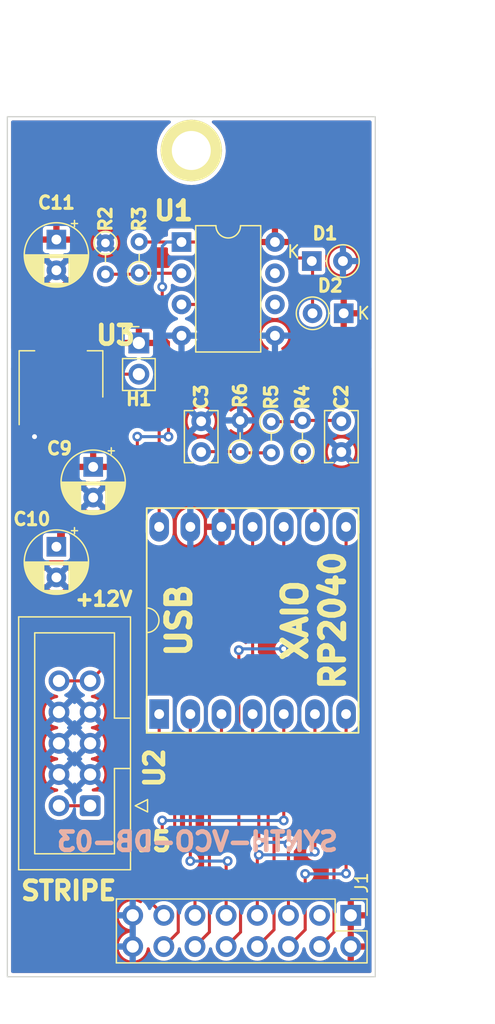
<source format=kicad_pcb>
(kicad_pcb (version 20211014) (generator pcbnew)
  (title_block (title "VCO CONTROL LOGIC") (date "2022-09-30") (rev "1") (company "LAND BOARDS, LLC"))
  (layers (0 "F.Cu" signal) (31 "B.Cu" signal) (34 "B.Paste" user) (35 "F.Paste" user) (36 "B.SilkS" user "B.Silkscreen") (37 "F.SilkS" user "F.Silkscreen") (38 "B.Mask" user) (39 "F.Mask" user) (44 "Edge.Cuts" user))
  (net 0 "")
  (net 1 "GND")
  (net 2 "+3V3")
  (net 3 "+5V")
  (net 4 "/GATE_CTL")
  (net 5 "/FREQ_POT")
  (net 6 "/VPEROCT_CV")
  (net 7 "/MOD_POT")
  (net 8 "/MOD_CV")
  (net 9 "/PRE_FILT")
  (net 10 "/AUD_OUT")
  (net 11 "/TIMBRE_PB")
  (net 12 "/MODE_UP_PB")
  (net 13 "/MODE_DN_PB")
  (net 14 "+12V")
  (net 17 "/OCT_UP_PB")
  (net 19 "/OCT_DN_PB")
  (net 20 "/WAV")
  (net 21 "-12V")
  (net 22 "Net-(R2-Pad2)")
  (net 23 "Net-(C2-Pad1)")
  (net 24 "Net-(C10-Pad1)")
  (footprint "Capacitor_THT:CP_Radial_D5.0mm_P2.50mm" (layer "F.Cu") (at 79 50 -90)
    (fp_text reference "C11" (at -3 0 180) (layer "F.SilkS") (effects (font (size 1.016 1.016) (thickness 0.254))))
    (fp_text value "10uF")
    (pad "1" thru_hole rect (at 0 0 270) (size 1.6 1.6) (drill 0.8) (layers *.Cu *.Mask) (net 3 "+5V"))
    (pad "2" thru_hole circle (at 2.5 0 270) (size 1.6 1.6) (drill 0.8) (layers *.Cu *.Mask) (net 1 "GND"))
  )
  (footprint "Capacitor_THT:CP_Radial_D5.0mm_P2.50mm" (layer "F.Cu") (at 82 68.5 -90)
    (fp_text reference "C9" (at -1.5 2.75 180) (layer "F.SilkS") (effects (font (size 1.016 1.016) (thickness 0.254))))
    (fp_text value "10uF")
    (pad "1" thru_hole rect (at 0 0 270) (size 1.6 1.6) (drill 0.8) (layers *.Cu *.Mask) (net 2 "+3V3"))
    (pad "2" thru_hole circle (at 2.5 0 270) (size 1.6 1.6) (drill 0.8) (layers *.Cu *.Mask) (net 1 "GND"))
  )
  (footprint "Diode_THT:D_DO-35_SOD27_P2.54mm_Vertical_KathodeUp" (layer "F.Cu") (at 99.824315 51.75)
    (fp_text reference "D1" (at 1.074314 -2.25) (layer "F.SilkS") (effects (font (size 1.016 1.016) (thickness 0.254))))
    (fp_text value "BAT41")
    (fp_text user "K" (at -1.495314 -0.762) (layer "F.SilkS"))
    (pad "1" thru_hole rect (at 0 0) (size 1.6 1.6) (drill 0.8) (layers *.Cu *.Mask) (net 10 "/AUD_OUT"))
    (pad "2" thru_hole oval (at 2.54 0) (size 1.6 1.6) (drill 0.8) (layers *.Cu *.Mask) (net 1 "GND"))
  )
  (footprint "Connector_PinHeader_2.54mm:PinHeader_2x08_P2.54mm_Vertical" (layer "F.Cu") (at 103 105 -90)
    (fp_text reference "J1" (at -2.638 -0.886 90) (layer "F.SilkS"))
    (fp_text value "Conn_01x16")
    (pad "1" thru_hole rect locked (at 0 0 270) (size 1.7 1.7) (drill 1) (layers *.Cu *.Mask) (net 2 "+3V3"))
    (pad "2" thru_hole oval locked (at 2.54 0 270) (size 1.7 1.7) (drill 1) (layers *.Cu *.Mask) (net 2 "+3V3"))
    (pad "3" thru_hole oval locked (at 0 2.54 270) (size 1.7 1.7) (drill 1) (layers *.Cu *.Mask))
    (pad "4" thru_hole oval locked (at 2.54 2.54 270) (size 1.7 1.7) (drill 1) (layers *.Cu *.Mask) (net 19 "/OCT_DN_PB"))
    (pad "5" thru_hole oval locked (at 0 5.08 270) (size 1.7 1.7) (drill 1) (layers *.Cu *.Mask) (net 7 "/MOD_POT"))
    (pad "6" thru_hole oval locked (at 2.54 5.08 270) (size 1.7 1.7) (drill 1) (layers *.Cu *.Mask) (net 17 "/OCT_UP_PB"))
    (pad "7" thru_hole oval locked (at 0 7.62 270) (size 1.7 1.7) (drill 1) (layers *.Cu *.Mask) (net 4 "/GATE_CTL"))
    (pad "8" thru_hole oval locked (at 2.54 7.62 270) (size 1.7 1.7) (drill 1) (layers *.Cu *.Mask) (net 12 "/MODE_UP_PB"))
    (pad "9" thru_hole oval locked (at 0 10.16 270) (size 1.7 1.7) (drill 1) (layers *.Cu *.Mask) (net 5 "/FREQ_POT"))
    (pad "10" thru_hole oval locked (at 2.54 10.16 270) (size 1.7 1.7) (drill 1) (layers *.Cu *.Mask) (net 13 "/MODE_DN_PB"))
    (pad "11" thru_hole oval locked (at 0 12.7 270) (size 1.7 1.7) (drill 1) (layers *.Cu *.Mask) (net 6 "/VPEROCT_CV"))
    (pad "12" thru_hole oval locked (at 2.54 12.7 270) (size 1.7 1.7) (drill 1) (layers *.Cu *.Mask) (net 8 "/MOD_CV"))
    (pad "13" thru_hole oval locked (at 0 15.24 270) (size 1.7 1.7) (drill 1) (layers *.Cu *.Mask) (net 10 "/AUD_OUT"))
    (pad "14" thru_hole oval locked (at 2.54 15.24 270) (size 1.7 1.7) (drill 1) (layers *.Cu *.Mask) (net 11 "/TIMBRE_PB"))
    (pad "15" thru_hole oval locked (at 0 17.78 270) (size 1.7 1.7) (drill 1) (layers *.Cu *.Mask) (net 1 "GND"))
    (pad "16" thru_hole oval locked (at 2.54 17.78 270) (size 1.7 1.7) (drill 1) (layers *.Cu *.Mask) (net 1 "GND"))
  )
  (footprint "Resistor_THT:R_Axial_DIN0204_L3.6mm_D1.6mm_P2.54mm_Vertical" (layer "F.Cu") (at 85.75 52.72 90)
    (fp_text reference "R3" (at 4.395 0 90) (layer "F.SilkS") (effects (font (size 1.016 1.016) (thickness 0.254))))
    (fp_text value "2.7K")
    (pad "1" thru_hole circle (at 0 0 90) (size 1.4 1.4) (drill 0.7) (layers *.Cu *.Mask) (net 22 "Net-(R2-Pad2)"))
    (pad "2" thru_hole oval (at 2.54 0 90) (size 1.4 1.4) (drill 0.7) (layers *.Cu *.Mask) (net 10 "/AUD_OUT"))
  )
  (footprint "Capacitor_THT:C_Rect_L4.0mm_W2.5mm_P2.50mm" (layer "F.Cu") (at 102.235 64.79 -90)
    (fp_text reference "C2" (at -1.975 0 90) (layer "F.SilkS") (effects (font (size 1.016 1.016) (thickness 0.254))))
    (fp_text value "10nF")
    (pad "1" thru_hole circle (at 0 0 270) (size 1.6 1.6) (drill 0.8) (layers *.Cu *.Mask) (net 23 "Net-(C2-Pad1)"))
    (pad "2" thru_hole circle (at 2.5 0 270) (size 1.6 1.6) (drill 0.8) (layers *.Cu *.Mask) (net 1 "GND"))
  )
  (footprint "Resistor_THT:R_Axial_DIN0204_L3.6mm_D1.6mm_P2.54mm_Vertical" (layer "F.Cu") (at 96.52 64.82 -90)
    (fp_text reference "R5" (at -2.005 0 90) (layer "F.SilkS") (effects (font (size 1.016 1.016) (thickness 0.254))))
    (fp_text value "220")
    (pad "1" thru_hole circle (at 0 0 270) (size 1.4 1.4) (drill 0.7) (layers *.Cu *.Mask) (net 23 "Net-(C2-Pad1)"))
    (pad "2" thru_hole oval (at 2.54 0 270) (size 1.4 1.4) (drill 0.7) (layers *.Cu *.Mask) (net 9 "/PRE_FILT"))
  )
  (footprint "LandBoards_MountHoles:MTG-4-40-SMALL" (layer "F.Cu") (at 90 42.75)
    (fp_text reference "MTG1" hide)
    (fp_text value "MTG_HOLE" hide)
    (pad "1" thru_hole circle locked (at 0 0) (size 5 5) (drill 3.175) (layers *.Cu *.Mask "F.SilkS"))
  )
  (footprint "Diode_THT:D_DO-35_SOD27_P2.54mm_Vertical_KathodeUp" (layer "F.Cu") (at 102.425686 56 180)
    (fp_text reference "D2" (at 1.1 2.25) (layer "F.SilkS") (effects (font (size 1.016 1.016) (thickness 0.254))))
    (fp_text value "BAT41")
    (fp_text user "K" (at -1.622315 0) (layer "F.SilkS"))
    (pad "1" thru_hole rect (at 0 0 180) (size 1.6 1.6) (drill 0.8) (layers *.Cu *.Mask) (net 3 "+5V"))
    (pad "2" thru_hole oval (at 2.54 0 180) (size 1.6 1.6) (drill 0.8) (layers *.Cu *.Mask) (net 10 "/AUD_OUT"))
  )
  (footprint "Package_DIP:DIP-8_W7.62mm" (layer "F.Cu") (at 89.2 50.2)
    (fp_text reference "U1" (at -0.645 -2.55) (layer "F.SilkS") (effects (font (size 1.524 1.524) (thickness 0.381))))
    (fp_text value "MCP6232")
    (pad "1" thru_hole rect (at 0 0) (size 1.6 1.6) (drill 0.8) (layers *.Cu *.Mask) (net 10 "/AUD_OUT"))
    (pad "2" thru_hole oval (at 0 2.54) (size 1.6 1.6) (drill 0.8) (layers *.Cu *.Mask) (net 22 "Net-(R2-Pad2)"))
    (pad "3" thru_hole oval (at 0 5.08) (size 1.6 1.6) (drill 0.8) (layers *.Cu *.Mask) (net 9 "/PRE_FILT"))
    (pad "4" thru_hole oval (at 0 7.62) (size 1.6 1.6) (drill 0.8) (layers *.Cu *.Mask) (net 1 "GND"))
    (pad "5" thru_hole oval (at 7.62 7.62) (size 1.6 1.6) (drill 0.8) (layers *.Cu *.Mask) (net 1 "GND"))
    (pad "6" thru_hole oval (at 7.62 5.08) (size 1.6 1.6) (drill 0.8) (layers *.Cu *.Mask))
    (pad "7" thru_hole oval (at 7.62 2.54) (size 1.6 1.6) (drill 0.8) (layers *.Cu *.Mask))
    (pad "8" thru_hole oval (at 7.62 0) (size 1.6 1.6) (drill 0.8) (layers *.Cu *.Mask) (net 3 "+5V"))
  )
  (footprint "Capacitor_THT:C_Rect_L4.0mm_W2.5mm_P2.50mm" (layer "F.Cu") (at 90.805 67.29 90)
    (fp_text reference "C3" (at 4.475 0 90) (layer "F.SilkS") (effects (font (size 1.016 1.016) (thickness 0.254))))
    (fp_text value "10nF")
    (pad "1" thru_hole circle (at 0 0 90) (size 1.6 1.6) (drill 0.8) (layers *.Cu *.Mask) (net 9 "/PRE_FILT"))
    (pad "2" thru_hole circle (at 2.5 0 90) (size 1.6 1.6) (drill 0.8) (layers *.Cu *.Mask) (net 1 "GND"))
  )
  (footprint "Connector_IDC:IDC-Header_2x05_P2.54mm_Vertical" (layer "F.Cu") (at 81.7525 96.08 180)
    (fp_text reference "J5" (at -5.2475 -2.92 180) (layer "F.SilkS") (effects (font (size 1.524 1.524) (thickness 0.381))))
    (fp_text value "Conn_02x05")
    (pad "1" thru_hole roundrect (at 0 0 180) (size 1.7 1.7) (drill 1) (layers *.Cu *.Mask) (roundrect_rratio 0.1470588235) (net 21 "-12V"))
    (pad "2" thru_hole circle (at 2.54 0 180) (size 1.7 1.7) (drill 1) (layers *.Cu *.Mask) (net 21 "-12V"))
    (pad "3" thru_hole circle (at 0 2.54 180) (size 1.7 1.7) (drill 1) (layers *.Cu *.Mask) (net 1 "GND"))
    (pad "4" thru_hole circle (at 2.54 2.54 180) (size 1.7 1.7) (drill 1) (layers *.Cu *.Mask) (net 1 "GND"))
    (pad "5" thru_hole circle (at 0 5.08 180) (size 1.7 1.7) (drill 1) (layers *.Cu *.Mask) (net 1 "GND"))
    (pad "6" thru_hole circle (at 2.54 5.08 180) (size 1.7 1.7) (drill 1) (layers *.Cu *.Mask) (net 1 "GND"))
    (pad "7" thru_hole circle (at 0 7.62 180) (size 1.7 1.7) (drill 1) (layers *.Cu *.Mask) (net 1 "GND"))
    (pad "8" thru_hole circle (at 2.54 7.62 180) (size 1.7 1.7) (drill 1) (layers *.Cu *.Mask) (net 1 "GND"))
    (pad "9" thru_hole circle (at 0 10.16 180) (size 1.7 1.7) (drill 1) (layers *.Cu *.Mask) (net 14 "+12V"))
    (pad "10" thru_hole circle (at 2.54 10.16 180) (size 1.7 1.7) (drill 1) (layers *.Cu *.Mask) (net 14 "+12V"))
  )
  (footprint "LandBoards_BoardOutlines:QT_Py" (layer "F.Cu") (at 87.38 88.62 90)
    (fp_text reference "U2" (at -4.38 -0.38 90) (layer "F.SilkS") (effects (font (size 1.524 1.524) (thickness 0.381))))
    (fp_text value "XIAO_RP2040")
    (pad "1" thru_hole rect (at 0 0 90) (size 2.4 1.6) (drill 0.8) (layers *.Cu *.Mask) (net 6 "/VPEROCT_CV"))
    (pad "2" thru_hole oval (at 0 2.54 90) (size 2.4 1.6) (drill 0.8) (layers *.Cu *.Mask) (net 5 "/FREQ_POT"))
    (pad "3" thru_hole oval (at 0 5.08 90) (size 2.4 1.6) (drill 0.8) (layers *.Cu *.Mask) (net 8 "/MOD_CV"))
    (pad "4" thru_hole oval (at 0 7.62 90) (size 2.4 1.6) (drill 0.8) (layers *.Cu *.Mask) (net 7 "/MOD_POT"))
    (pad "5" thru_hole oval (at 0 10.16 90) (size 2.4 1.6) (drill 0.8) (layers *.Cu *.Mask) (net 11 "/TIMBRE_PB"))
    (pad "6" thru_hole oval (at 0 12.7 90) (size 2.4 1.6) (drill 0.8) (layers *.Cu *.Mask) (net 4 "/GATE_CTL"))
    (pad "7" thru_hole oval (at 0 15.24 90) (size 2.4 1.6) (drill 0.8) (layers *.Cu *.Mask) (net 17 "/OCT_UP_PB"))
    (pad "8" thru_hole oval (at 15.24 15.24 90) (size 2.4 1.6) (drill 0.8) (layers *.Cu *.Mask) (net 19 "/OCT_DN_PB"))
    (pad "9" thru_hole oval (at 15.24 12.7 90) (size 2.4 1.6) (drill 0.8) (layers *.Cu *.Mask) (net 20 "/WAV"))
    (pad "10" thru_hole oval (at 15.24 10.16 90) (size 2.4 1.6) (drill 0.8) (layers *.Cu *.Mask) (net 13 "/MODE_DN_PB"))
    (pad "11" thru_hole oval (at 15.24 7.62 90) (size 2.4 1.6) (drill 0.8) (layers *.Cu *.Mask) (net 12 "/MODE_UP_PB"))
    (pad "12" thru_hole oval (at 15.24 5.08 90) (size 2.4 1.6) (drill 0.8) (layers *.Cu *.Mask) (net 2 "+3V3"))
    (pad "13" thru_hole oval (at 15.24 2.54 90) (size 2.4 1.6) (drill 0.8) (layers *.Cu *.Mask) (net 1 "GND"))
    (pad "14" thru_hole oval (at 15.24 0 90) (size 2.4 1.6) (drill 0.8) (layers *.Cu *.Mask) (net 3 "+5V"))
  )
  (footprint "Connector_PinHeader_2.54mm:PinHeader_1x02_P2.54mm_Vertical" (layer "F.Cu") (at 85.725 58.415)
    (fp_text reference "H1" (at 0 4.577) (layer "F.SilkS") (effects (font (size 1.016 1.016) (thickness 0.254))))
    (fp_text value "Conn_01x02")
    (pad "1" thru_hole rect (at 0 0) (size 1.7 1.7) (drill 1) (layers *.Cu *.Mask) (net 3 "+5V"))
    (pad "2" thru_hole oval (at 0 2.54) (size 1.7 1.7) (drill 1) (layers *.Cu *.Mask) (net 24 "Net-(C10-Pad1)"))
  )
  (footprint "Resistor_THT:R_Axial_DIN0204_L3.6mm_D1.6mm_P2.54mm_Vertical" (layer "F.Cu") (at 83 50.28 -90)
    (fp_text reference "R2" (at -1.955 0 90) (layer "F.SilkS") (effects (font (size 1.016 1.016) (thickness 0.254))))
    (fp_text value "5.6K")
    (pad "1" thru_hole circle (at 0 0 270) (size 1.4 1.4) (drill 0.7) (layers *.Cu *.Mask) (net 1 "GND"))
    (pad "2" thru_hole oval (at 2.54 0 270) (size 1.4 1.4) (drill 0.7) (layers *.Cu *.Mask) (net 22 "Net-(R2-Pad2)"))
  )
  (footprint "Resistor_THT:R_Axial_DIN0204_L3.6mm_D1.6mm_P2.54mm_Vertical" (layer "F.Cu") (at 93.98 67.26 90)
    (fp_text reference "R6" (at 4.572 0 90) (layer "F.SilkS") (effects (font (size 1.016 1.016) (thickness 0.254))))
    (fp_text value "DNP")
    (pad "1" thru_hole circle (at 0 0 90) (size 1.4 1.4) (drill 0.7) (layers *.Cu *.Mask) (net 9 "/PRE_FILT"))
    (pad "2" thru_hole oval (at 2.54 0 90) (size 1.4 1.4) (drill 0.7) (layers *.Cu *.Mask) (net 1 "GND"))
  )
  (footprint "Resistor_THT:R_Axial_DIN0204_L3.6mm_D1.6mm_P2.54mm_Vertical" (layer "F.Cu") (at 99.06 67.26 90)
    (fp_text reference "R4" (at 4.445 0 90) (layer "F.SilkS") (effects (font (size 1.016 1.016) (thickness 0.254))))
    (fp_text value "220")
    (pad "1" thru_hole circle (at 0 0 90) (size 1.4 1.4) (drill 0.7) (layers *.Cu *.Mask) (net 20 "/WAV"))
    (pad "2" thru_hole oval (at 2.54 0 90) (size 1.4 1.4) (drill 0.7) (layers *.Cu *.Mask) (net 23 "Net-(C2-Pad1)"))
  )
  (footprint "Capacitor_THT:CP_Radial_D5.0mm_P2.50mm" (layer "F.Cu") (at 79 75 -90)
    (fp_text reference "C10" (at -2.25 2 180) (layer "F.SilkS") (effects (font (size 1.016 1.016) (thickness 0.254))))
    (fp_text value "10uF")
    (pad "1" thru_hole rect (at 0 0 270) (size 1.6 1.6) (drill 0.8) (layers *.Cu *.Mask) (net 24 "Net-(C10-Pad1)"))
    (pad "2" thru_hole circle (at 2.5 0 270) (size 1.6 1.6) (drill 0.8) (layers *.Cu *.Mask) (net 1 "GND"))
  )
  (footprint "Package_TO_SOT_SMD:SOT-223" (layer "F.Cu") (at 79.375 60.96 90)
    (fp_text reference "U3" (at 3.175 4.445) (layer "F.SilkS") (effects (font (size 1.524 1.524) (thickness 0.381))))
    (fp_text value "AZ1117-5")
    (pad "1" smd rect (at -3.15 -2.3 90) (size 2 1.5) (layers "F.Cu" "F.Paste" "F.Mask") (net 1 "GND"))
    (pad "2" smd rect (at -3.15 0 90) (size 2 1.5) (layers "F.Cu" "F.Paste" "F.Mask") (net 24 "Net-(C10-Pad1)"))
    (pad "3" smd rect (at -3.15 2.3 90) (size 2 1.5) (layers "F.Cu" "F.Paste" "F.Mask") (net 14 "+12V"))
    (pad "4" smd rect (at 3.15 0 90) (size 2 3.8) (layers "F.Cu" "F.Paste" "F.Mask") (net 24 "Net-(C10-Pad1)"))
  )
  (gr_rect (start 75 40) (end 105 110) (layer "Edge.Cuts") (width 0.1) (fill none))
  (gr_text "SYNTH-VCO-DB-03" (at 90.5 99) (layer "B.SilkS") (effects (font (size 1.5 1.5) (thickness 0.375)) (justify mirror)))
  (gr_text "XAIO\nRP2040" (at 100 81 90) (layer "F.SilkS") (effects (font (size 1.905 1.905) (thickness 0.47625))))
  (gr_text "USB" (at 89 81 90) (layer "F.SilkS") (effects (font (size 1.905 1.905) (thickness 0.47625))))
  (gr_text "+12V" (at 85.344 79.25) (layer "F.SilkS") (effects (font (size 1.143 1.143) (thickness 0.28575)) (justify right)))
  (gr_text "STRIPE" (at 80 103) (layer "F.SilkS") (effects (font (size 1.5 1.5) (thickness 0.375))))
  (segment (start 77.075 64.11) (end 77.075 65.899) (width 0.25) (layer "F.Cu") (net 1))
  (segment (start 77.075 65.899) (end 77.216 66.04) (width 0.25) (layer "F.Cu") (net 1))
  (via (at 77.216 66.04) (size 0.8) (drill 0.4) (layers "F.Cu" "B.Cu") (net 1))
  (segment (start 87.175 58.415) (end 87.38 58.62) (width 0.25) (layer "F.Cu") (net 3))
  (segment (start 87.38 73.38) (end 87.38 58.62) (width 0.25) (layer "F.Cu") (net 3))
  (segment (start 85.725 58.415) (end 87.175 58.415) (width 0.25) (layer "F.Cu") (net 3))
  (segment (start 100.076 96.774) (end 100.08 96.77) (width 0.25) (layer "F.Cu") (net 4))
  (segment (start 95.38 105) (end 95.38 100.2) (width 0.25) (layer "F.Cu") (net 4))
  (segment (start 95.38 100.2) (end 95.504 100.076) (width 0.25) (layer "F.Cu") (net 4))
  (segment (start 100.076 99.822) (end 100.076 96.774) (width 0.25) (layer "F.Cu") (net 4))
  (segment (start 100.08 88.62) (end 100.08 96.77) (width 0.25) (layer "F.Cu") (net 4))
  (via (at 95.504 100.076) (size 0.8) (drill 0.4) (layers "F.Cu" "B.Cu") (net 4))
  (via (at 100.076 99.822) (size 0.8) (drill 0.4) (layers "F.Cu" "B.Cu") (net 4))
  (segment (start 99.822 100.076) (end 100.076 99.822) (width 0.25) (layer "B.Cu") (net 4))
  (segment (start 95.504 100.076) (end 99.822 100.076) (width 0.25) (layer "B.Cu") (net 4))
  (segment (start 89.92 100.58) (end 89.916 100.584) (width 0.25) (layer "F.Cu") (net 5))
  (segment (start 89.92 88.62) (end 89.92 100.58) (width 0.25) (layer "F.Cu") (net 5))
  (segment (start 92.964 100.584) (end 92.84 100.708) (width 0.25) (layer "F.Cu") (net 5))
  (segment (start 92.84 100.708) (end 92.84 105) (width 0.25) (layer "F.Cu") (net 5))
  (via (at 89.916 100.584) (size 0.8) (drill 0.4) (layers "F.Cu" "B.Cu") (net 5))
  (via (at 92.964 100.584) (size 0.8) (drill 0.4) (layers "F.Cu" "B.Cu") (net 5))
  (segment (start 89.916 100.584) (end 92.964 100.584) (width 0.25) (layer "B.Cu") (net 5))
  (segment (start 90.3 103.248) (end 90.3 105) (width 0.25) (layer "F.Cu") (net 6))
  (segment (start 88.646 101.594) (end 90.3 103.248) (width 0.25) (layer "F.Cu") (net 6))
  (segment (start 88.646 93.21) (end 88.646 101.594) (width 0.25) (layer "F.Cu") (net 6))
  (segment (start 87.38 88.62) (end 87.38 91.944) (width 0.25) (layer "F.Cu") (net 6))
  (segment (start 87.38 91.944) (end 88.646 93.21) (width 0.25) (layer "F.Cu") (net 6))
  (segment (start 95.504 96.266) (end 95.504 99.06) (width 0.25) (layer "F.Cu") (net 7))
  (segment (start 95 88.62) (end 95 95.762) (width 0.25) (layer "F.Cu") (net 7))
  (segment (start 97.92 99.19) (end 97.92 105) (width 0.25) (layer "F.Cu") (net 7))
  (segment (start 95 95.762) (end 95.504 96.266) (width 0.25) (layer "F.Cu") (net 7))
  (via (at 95.504 99.06) (size 0.8) (drill 0.4) (layers "F.Cu" "B.Cu") (net 7))
  (via (at 97.92 99.19) (size 0.8) (drill 0.4) (layers "F.Cu" "B.Cu") (net 7))
  (segment (start 95.504 99.06) (end 97.79 99.06) (width 0.25) (layer "B.Cu") (net 7))
  (segment (start 97.79 99.06) (end 97.92 99.19) (width 0.25) (layer "B.Cu") (net 7))
  (segment (start 91.474511 92.421489) (end 92.46 91.436) (width 0.25) (layer "F.Cu") (net 8))
  (segment (start 90.3 107.54) (end 91.474511 106.365489) (width 0.25) (layer "F.Cu") (net 8))
  (segment (start 91.474511 106.365489) (end 91.474511 92.421489) (width 0.25) (layer "F.Cu") (net 8))
  (segment (start 92.46 91.436) (end 92.46 88.62) (width 0.25) (layer "F.Cu") (net 8))
  (segment (start 93.98 67.26) (end 92.66 67.26) (width 0.25) (layer "F.Cu") (net 9))
  (segment (start 92.66 57.1) (end 90.84 55.28) (width 0.25) (layer "F.Cu") (net 9))
  (segment (start 92.66 67.26) (end 90.835 67.26) (width 0.25) (layer "F.Cu") (net 9))
  (segment (start 90.84 55.28) (end 89.2 55.28) (width 0.25) (layer "F.Cu") (net 9))
  (segment (start 96.52 67.36) (end 94.08 67.36) (width 0.25) (layer "F.Cu") (net 9))
  (segment (start 92.66 67.26) (end 92.66 57.1) (width 0.25) (layer "F.Cu") (net 9))
  (segment (start 99.574315 51.5) (end 93.75 51.5) (width 0.25) (layer "F.Cu") (net 10))
  (segment (start 88.138 58.3483) (end 87.63 57.8403) (width 0.25) (layer "F.Cu") (net 10))
  (segment (start 92.45 50.2) (end 89.2 50.2) (width 0.25) (layer "F.Cu") (net 10))
  (segment (start 87.76 105) (end 85.598 102.838) (width 0.25) (layer "F.Cu") (net 10))
  (segment (start 99.885686 51.811371) (end 99.824315 51.75) (width 0.25) (layer "F.Cu") (net 10))
  (segment (start 85.598 102.838) (end 85.598 66.04) (width 0.25) (layer "F.Cu") (net 10))
  (segment (start 93.75 51.5) (end 92.45 50.2) (width 0.25) (layer "F.Cu") (net 10))
  (segment (start 89.2 50.2) (end 85.77 50.2) (width 0.25) (layer "F.Cu") (net 10))
  (segment (start 87.63 57.8403) (end 87.63 53.848) (width 0.25) (layer "F.Cu") (net 10))
  (segment (start 99.885686 56) (end 99.885686 51.811371) (width 0.25) (layer "F.Cu") (net 10))
  (segment (start 88.138 66.04) (end 88.138 58.3483) (width 0.25) (layer "F.Cu") (net 10))
  (via (at 87.63 53.848) (size 0.8) (drill 0.4) (layers "F.Cu" "B.Cu") (net 10))
  (via (at 88.138 66.04) (size 0.8) (drill 0.4) (layers "F.Cu" "B.Cu") (net 10))
  (via (at 85.598 66.04) (size 0.8) (drill 0.4) (layers "F.Cu" "B.Cu") (net 10))
  (segment (start 87.976 50.2) (end 89.2 50.2) (width 0.25) (layer "B.Cu") (net 10))
  (segment (start 87.63 53.848) (end 87.63 50.546) (width 0.25) (layer "B.Cu") (net 10))
  (segment (start 87.63 50.546) (end 87.976 50.2) (width 0.25) (layer "B.Cu") (net 10))
  (segment (start 85.598 66.04) (end 88.138 66.04) (width 0.25) (layer "B.Cu") (net 10))
  (segment (start 97.54 88.62) (end 97.54 97.278) (width 0.25) (layer "F.Cu") (net 11))
  (segment (start 87.63 97.282) (end 87.63 102.800978) (width 0.25) (layer "F.Cu") (net 11))
  (segment (start 97.54 97.278) (end 97.536 97.282) (width 0.25) (layer "F.Cu") (net 11))
  (segment (start 88.934511 104.105489) (end 88.934511 106.365489) (width 0.25) (layer "F.Cu") (net 11))
  (segment (start 88.934511 106.365489) (end 87.76 107.54) (width 0.25) (layer "F.Cu") (net 11))
  (segment (start 87.63 102.800978) (end 88.934511 104.105489) (width 0.25) (layer "F.Cu") (net 11))
  (via (at 87.63 97.282) (size 0.8) (drill 0.4) (layers "F.Cu" "B.Cu") (net 11))
  (via (at 97.536 97.282) (size 0.8) (drill 0.4) (layers "F.Cu" "B.Cu") (net 11))
  (segment (start 97.536 97.282) (end 87.63 97.282) (width 0.25) (layer "B.Cu") (net 11))
  (segment (start 96.745489 98.269489) (end 96.266 97.79) (width 0.25) (layer "F.Cu") (net 12))
  (segment (start 95 83.824) (end 95 73.38) (width 0.25) (layer "F.Cu") (net 12))
  (segment (start 96.266 85.09) (end 95 83.824) (width 0.25) (layer "F.Cu") (net 12))
  (segment (start 96.745489 106.174511) (end 96.745489 98.269489) (width 0.25) (layer "F.Cu") (net 12))
  (segment (start 95.38 107.54) (end 96.745489 106.174511) (width 0.25) (layer "F.Cu") (net 12))
  (segment (start 96.266 97.79) (end 96.266 85.09) (width 0.25) (layer "F.Cu") (net 12))
  (segment (start 97.54 83.308) (end 97.54 73.38) (width 0.25) (layer "F.Cu") (net 13))
  (segment (start 92.84 107.54) (end 94.014511 106.365489) (width 0.25) (layer "F.Cu") (net 13))
  (segment (start 93.87548 103.966458) (end 93.87548 83.41652) (width 0.25) (layer "F.Cu") (net 13))
  (segment (start 94.014511 104.105489) (end 93.87548 103.966458) (width 0.25) (layer "F.Cu") (net 13))
  (segment (start 97.536 83.312) (end 97.54 83.308) (width 0.25) (layer "F.Cu") (net 13))
  (segment (start 94.014511 106.365489) (end 94.014511 104.105489) (width 0.25) (layer "F.Cu") (net 13))
  (via (at 97.536 83.312) (size 0.8) (drill 0.4) (layers "F.Cu" "B.Cu") (net 13))
  (via (at 93.87548 83.41652) (size 0.8) (drill 0.4) (layers "F.Cu" "B.Cu") (net 13))
  (segment (start 93.87548 83.41652) (end 93.98 83.312) (width 0.25) (layer "B.Cu") (net 13))
  (segment (start 93.98 83.312) (end 97.536 83.312) (width 0.25) (layer "B.Cu") (net 13))
  (segment (start 79.2125 85.92) (end 81.7525 85.92) (width 0.25) (layer "F.Cu") (net 14))
  (segment (start 84.328 83.3445) (end 84.328 65.278) (width 0.25) (layer "F.Cu") (net 14))
  (segment (start 81.7525 85.92) (end 84.328 83.3445) (width 0.25) (layer "F.Cu") (net 14))
  (segment (start 83.16 64.11) (end 81.675 64.11) (width 0.25) (layer "F.Cu") (net 14))
  (segment (start 84.328 65.278) (end 83.16 64.11) (width 0.25) (layer "F.Cu") (net 14))
  (segment (start 102.62 101.596) (end 102.616 101.6) (width 0.25) (layer "F.Cu") (net 17))
  (segment (start 99.285489 106.174511) (end 97.92 107.54) (width 0.25) (layer "F.Cu") (net 17))
  (segment (start 99.285489 101.628511) (end 99.285489 106.174511) (width 0.25) (layer "F.Cu") (net 17))
  (segment (start 102.62 88.62) (end 102.62 101.596) (width 0.25) (layer "F.Cu") (net 17))
  (via (at 102.616 101.6) (size 0.8) (drill 0.4) (layers "F.Cu" "B.Cu") (net 17))
  (via (at 99.285489 101.628511) (size 0.8) (drill 0.4) (layers "F.Cu" "B.Cu") (net 17))
  (segment (start 102.616 101.6) (end 102.587489 101.628511) (width 0.25) (layer "B.Cu") (net 17))
  (segment (start 102.587489 101.628511) (end 99.285489 101.628511) (width 0.25) (layer "B.Cu") (net 17))
  (segment (start 102.62 73.38) (end 102.62 84.324) (width 0.25) (layer "F.Cu") (net 19))
  (segment (start 101.634511 106.365489) (end 100.46 107.54) (width 0.25) (layer "F.Cu") (net 19))
  (segment (start 102.62 84.324) (end 101.346 85.598) (width 0.25) (layer "F.Cu") (net 19))
  (segment (start 101.346 90.932) (end 101.634511 91.220511) (width 0.25) (layer "F.Cu") (net 19))
  (segment (start 101.346 85.598) (end 101.346 90.932) (width 0.25) (layer "F.Cu") (net 19))
  (segment (start 101.634511 91.220511) (end 101.634511 106.365489) (width 0.25) (layer "F.Cu") (net 19))
  (segment (start 99.06 69.85) (end 99.06 67.26) (width 0.25) (layer "F.Cu") (net 20))
  (segment (start 100.08 73.38) (end 100.08 70.87) (width 0.25) (layer "F.Cu") (net 20))
  (segment (start 100.08 70.87) (end 99.06 69.85) (width 0.25) (layer "F.Cu") (net 20))
  (segment (start 79.2125 96.08) (end 81.7525 96.08) (width 0.25) (layer "F.Cu") (net 21))
  (segment (start 83 52.82) (end 85.65 52.82) (width 0.25) (layer "F.Cu") (net 22))
  (segment (start 89.2 52.74) (end 85.77 52.74) (width 0.25) (layer "F.Cu") (net 22))
  (segment (start 99.06 64.72) (end 102.165 64.72) (width 0.25) (layer "F.Cu") (net 23))
  (segment (start 96.52 64.82) (end 98.96 64.82) (width 0.25) (layer "F.Cu") (net 23))
  (segment (start 80.045 60.955) (end 79.375 60.285) (width 0.25) (layer "F.Cu") (net 24))
  (segment (start 85.725 60.955) (end 80.045 60.955) (width 0.25) (layer "F.Cu") (net 24))
  (segment (start 79.375 64.11) (end 79.375 74.625) (width 0.635) (layer "F.Cu") (net 24))
  (segment (start 79.375 57.81) (end 79.375 64.11) (width 0.635) (layer "F.Cu") (net 24))
  (segment (start 79.375 60.285) (end 79.375 57.81) (width 0.25) (layer "F.Cu") (net 24))
  (zone (net 3) (net_name "+5V") (layer "F.Cu") (connect_pads (clearance 0.3048)) (min_thickness 0.254) (fill yes (thermal_gap 0.508) (thermal_bridge_width 0.508))
    (polygon (pts (xy 105 59) (xy 75 59) (xy 75 40) (xy 105 40)))
  )
  (zone (net 2) (net_name "+3V3") (layer "F.Cu") (connect_pads (clearance 0.3048)) (min_thickness 0.254) (fill yes (thermal_gap 0.381) (thermal_bridge_width 0.508))
    (polygon (pts (xy 105 110) (xy 75 110) (xy 75 60.32) (xy 105 60.32)))
  )
  (zone (net 1) (net_name "GND") (layer "B.Cu") (connect_pads (clearance 0.3048)) (min_thickness 0.254) (fill yes (thermal_gap 0.508) (thermal_bridge_width 0.508))
    (polygon (pts (xy 105 110) (xy 75 110) (xy 75 40) (xy 105 40)))
  )
)
</source>
